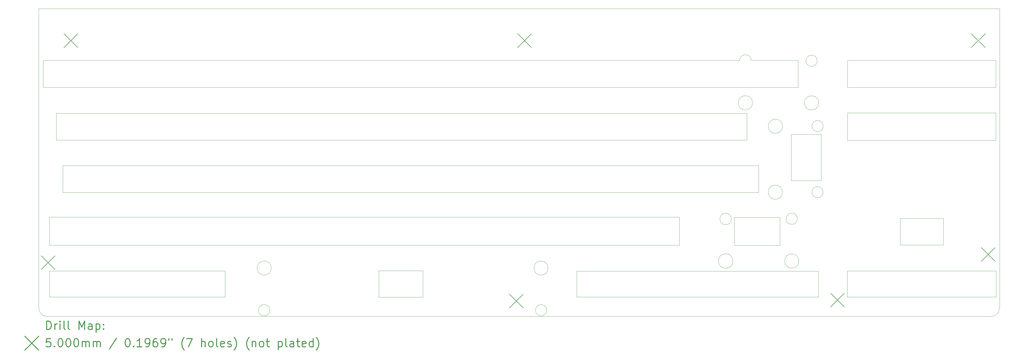
<source format=gbr>
%FSLAX45Y45*%
G04 Gerber Fmt 4.5, Leading zero omitted, Abs format (unit mm)*
G04 Created by KiCad (PCBNEW (5.1.10)-1) date 2021-10-23 19:38:39*
%MOMM*%
%LPD*%
G01*
G04 APERTURE LIST*
%TA.AperFunction,Profile*%
%ADD10C,0.100000*%
%TD*%
%ADD11C,0.200000*%
%ADD12C,0.300000*%
G04 APERTURE END LIST*
D10*
X29405120Y-12325000D02*
X31100000Y-12325000D01*
X28990000Y-12325000D02*
G75*
G02*
X29405120Y-12325000I207560J0D01*
G01*
X31787608Y-12335000D02*
G75*
G03*
X31787608Y-12335000I-202608J0D01*
G01*
X31844429Y-13857500D02*
G75*
G03*
X31844429Y-13857500I-256929J0D01*
G01*
X29451358Y-13855000D02*
G75*
G03*
X29451358Y-13855000I-256929J0D01*
G01*
X30536358Y-14702500D02*
G75*
G03*
X30536358Y-14702500I-256929J0D01*
G01*
X30533858Y-17087500D02*
G75*
G03*
X30533858Y-17087500I-256929J0D01*
G01*
X32004175Y-17087500D02*
G75*
G03*
X32004175Y-17087500I-201675J0D01*
G01*
X32004175Y-14696675D02*
G75*
G03*
X32004175Y-14696675I-201675J0D01*
G01*
X28690000Y-18055000D02*
G75*
G03*
X28690000Y-18055000I-207996J0D01*
G01*
X31073759Y-18047500D02*
G75*
G03*
X31073759Y-18047500I-201675J0D01*
G01*
X31127500Y-19575000D02*
G75*
G03*
X31127500Y-19575000I-256929J0D01*
G01*
X28747500Y-19575000D02*
G75*
G03*
X28747500Y-19575000I-262798J0D01*
G01*
X12022515Y-21355000D02*
G75*
G03*
X12022515Y-21355000I-205099J0D01*
G01*
X12072610Y-19830000D02*
G75*
G03*
X12072610Y-19830000I-255171J0D01*
G01*
X22070000Y-19830000D02*
G75*
G03*
X22070000Y-19830000I-255060J0D01*
G01*
X22020539Y-21353039D02*
G75*
G03*
X22020539Y-21353039I-203039J0D01*
G01*
X38254000Y-19936000D02*
X38254000Y-20875000D01*
X32878000Y-19936000D02*
X38254000Y-19936000D01*
X32878000Y-20875000D02*
X32878000Y-19936000D01*
X38254000Y-20875000D02*
X32878000Y-20875000D01*
X31832000Y-19946000D02*
X31832000Y-20877000D01*
X23104000Y-19946000D02*
X31832000Y-19946000D01*
X23104000Y-20877000D02*
X23104000Y-19946000D01*
X31832000Y-20877000D02*
X23104000Y-20877000D01*
X17553000Y-19922000D02*
X17553000Y-20886000D01*
X15960000Y-19922000D02*
X17553000Y-19922000D01*
X15960000Y-20886000D02*
X15960000Y-19922000D01*
X17553000Y-20886000D02*
X15960000Y-20886000D01*
X10406000Y-19937000D02*
X10406000Y-20878000D01*
X4062000Y-19937000D02*
X10406000Y-19937000D01*
X4062000Y-20878000D02*
X4062000Y-19937000D01*
X10406000Y-20878000D02*
X4062000Y-20878000D01*
X36344000Y-18036000D02*
X36344000Y-18998000D01*
X34787000Y-18036000D02*
X36344000Y-18036000D01*
X34787000Y-18998000D02*
X34787000Y-18036000D01*
X36344000Y-18998000D02*
X34787000Y-18998000D01*
X30441000Y-17995000D02*
X30441000Y-19010000D01*
X28791000Y-17995000D02*
X30441000Y-17995000D01*
X28791000Y-19010000D02*
X28791000Y-17995000D01*
X30441000Y-19010000D02*
X28791000Y-19010000D01*
X26814000Y-17987000D02*
X26814000Y-19002000D01*
X4065000Y-17987000D02*
X26814000Y-17987000D01*
X4065000Y-19002000D02*
X4065000Y-17987000D01*
X26814000Y-19002000D02*
X4065000Y-19002000D01*
X29675000Y-16128000D02*
X29675000Y-17094000D01*
X4549000Y-16128000D02*
X29675000Y-16128000D01*
X4549000Y-17094000D02*
X4549000Y-16128000D01*
X29675000Y-17094000D02*
X4549000Y-17094000D01*
X38243000Y-14217000D02*
X38243000Y-15222000D01*
X32885000Y-14217000D02*
X38243000Y-14217000D01*
X32885000Y-15222000D02*
X32885000Y-14217000D01*
X38243000Y-15222000D02*
X32885000Y-15222000D01*
X31938000Y-14997000D02*
X31938000Y-16663000D01*
X30851000Y-14997000D02*
X31938000Y-14997000D01*
X30851000Y-16663000D02*
X30851000Y-14997000D01*
X31938000Y-16663000D02*
X30851000Y-16663000D01*
X29255000Y-14233000D02*
X29255000Y-15200000D01*
X4312000Y-14233000D02*
X29255000Y-14233000D01*
X4312000Y-15200000D02*
X4312000Y-14233000D01*
X29255000Y-15200000D02*
X4312000Y-15200000D01*
X38240000Y-12325000D02*
X38240000Y-13295000D01*
X32885000Y-12325000D02*
X38240000Y-12325000D01*
X32885000Y-13295000D02*
X32885000Y-12325000D01*
X38240000Y-13295000D02*
X32885000Y-13295000D01*
X31100000Y-12325000D02*
X31100000Y-13300000D01*
X3837500Y-12325000D02*
X28990000Y-12325000D01*
X3837500Y-13300000D02*
X3837500Y-12325000D01*
X31100000Y-13300000D02*
X3837500Y-13300000D01*
X38376700Y-10452500D02*
X3676700Y-10452500D01*
X38076700Y-21578500D02*
X3976700Y-21578500D01*
X3676700Y-21278500D02*
X3676700Y-10452500D01*
X38376700Y-21278500D02*
G75*
G02*
X38076700Y-21578500I-300000J0D01*
G01*
X3976700Y-21578500D02*
G75*
G02*
X3676700Y-21278500I0J300000D01*
G01*
X38376700Y-10452500D02*
X38376700Y-21278500D01*
D11*
X3766700Y-19380500D02*
X4266700Y-19880500D01*
X4266700Y-19380500D02*
X3766700Y-19880500D01*
X4587500Y-11358500D02*
X5087500Y-11858500D01*
X5087500Y-11358500D02*
X4587500Y-11858500D01*
X20672500Y-20768500D02*
X21172500Y-21268500D01*
X21172500Y-20768500D02*
X20672500Y-21268500D01*
X20972500Y-11358500D02*
X21472500Y-11858500D01*
X21472500Y-11358500D02*
X20972500Y-11858500D01*
X32276700Y-20740500D02*
X32776700Y-21240500D01*
X32776700Y-20740500D02*
X32276700Y-21240500D01*
X37357500Y-11356000D02*
X37857500Y-11856000D01*
X37857500Y-11356000D02*
X37357500Y-11856000D01*
X37716700Y-19090500D02*
X38216700Y-19590500D01*
X38216700Y-19090500D02*
X37716700Y-19590500D01*
D12*
X3958128Y-22049214D02*
X3958128Y-21749214D01*
X4029557Y-21749214D01*
X4072414Y-21763500D01*
X4100986Y-21792072D01*
X4115271Y-21820643D01*
X4129557Y-21877786D01*
X4129557Y-21920643D01*
X4115271Y-21977786D01*
X4100986Y-22006357D01*
X4072414Y-22034929D01*
X4029557Y-22049214D01*
X3958128Y-22049214D01*
X4258128Y-22049214D02*
X4258128Y-21849214D01*
X4258128Y-21906357D02*
X4272414Y-21877786D01*
X4286700Y-21863500D01*
X4315271Y-21849214D01*
X4343843Y-21849214D01*
X4443843Y-22049214D02*
X4443843Y-21849214D01*
X4443843Y-21749214D02*
X4429557Y-21763500D01*
X4443843Y-21777786D01*
X4458128Y-21763500D01*
X4443843Y-21749214D01*
X4443843Y-21777786D01*
X4629557Y-22049214D02*
X4600986Y-22034929D01*
X4586700Y-22006357D01*
X4586700Y-21749214D01*
X4786700Y-22049214D02*
X4758128Y-22034929D01*
X4743843Y-22006357D01*
X4743843Y-21749214D01*
X5129557Y-22049214D02*
X5129557Y-21749214D01*
X5229557Y-21963500D01*
X5329557Y-21749214D01*
X5329557Y-22049214D01*
X5600986Y-22049214D02*
X5600986Y-21892072D01*
X5586700Y-21863500D01*
X5558128Y-21849214D01*
X5500986Y-21849214D01*
X5472414Y-21863500D01*
X5600986Y-22034929D02*
X5572414Y-22049214D01*
X5500986Y-22049214D01*
X5472414Y-22034929D01*
X5458128Y-22006357D01*
X5458128Y-21977786D01*
X5472414Y-21949214D01*
X5500986Y-21934929D01*
X5572414Y-21934929D01*
X5600986Y-21920643D01*
X5743843Y-21849214D02*
X5743843Y-22149214D01*
X5743843Y-21863500D02*
X5772414Y-21849214D01*
X5829557Y-21849214D01*
X5858128Y-21863500D01*
X5872414Y-21877786D01*
X5886700Y-21906357D01*
X5886700Y-21992072D01*
X5872414Y-22020643D01*
X5858128Y-22034929D01*
X5829557Y-22049214D01*
X5772414Y-22049214D01*
X5743843Y-22034929D01*
X6015271Y-22020643D02*
X6029557Y-22034929D01*
X6015271Y-22049214D01*
X6000986Y-22034929D01*
X6015271Y-22020643D01*
X6015271Y-22049214D01*
X6015271Y-21863500D02*
X6029557Y-21877786D01*
X6015271Y-21892072D01*
X6000986Y-21877786D01*
X6015271Y-21863500D01*
X6015271Y-21892072D01*
X3171700Y-22293500D02*
X3671700Y-22793500D01*
X3671700Y-22293500D02*
X3171700Y-22793500D01*
X4100986Y-22379214D02*
X3958128Y-22379214D01*
X3943843Y-22522071D01*
X3958128Y-22507786D01*
X3986700Y-22493500D01*
X4058128Y-22493500D01*
X4086700Y-22507786D01*
X4100986Y-22522071D01*
X4115271Y-22550643D01*
X4115271Y-22622071D01*
X4100986Y-22650643D01*
X4086700Y-22664929D01*
X4058128Y-22679214D01*
X3986700Y-22679214D01*
X3958128Y-22664929D01*
X3943843Y-22650643D01*
X4243843Y-22650643D02*
X4258128Y-22664929D01*
X4243843Y-22679214D01*
X4229557Y-22664929D01*
X4243843Y-22650643D01*
X4243843Y-22679214D01*
X4443843Y-22379214D02*
X4472414Y-22379214D01*
X4500986Y-22393500D01*
X4515271Y-22407786D01*
X4529557Y-22436357D01*
X4543843Y-22493500D01*
X4543843Y-22564929D01*
X4529557Y-22622071D01*
X4515271Y-22650643D01*
X4500986Y-22664929D01*
X4472414Y-22679214D01*
X4443843Y-22679214D01*
X4415271Y-22664929D01*
X4400986Y-22650643D01*
X4386700Y-22622071D01*
X4372414Y-22564929D01*
X4372414Y-22493500D01*
X4386700Y-22436357D01*
X4400986Y-22407786D01*
X4415271Y-22393500D01*
X4443843Y-22379214D01*
X4729557Y-22379214D02*
X4758128Y-22379214D01*
X4786700Y-22393500D01*
X4800986Y-22407786D01*
X4815271Y-22436357D01*
X4829557Y-22493500D01*
X4829557Y-22564929D01*
X4815271Y-22622071D01*
X4800986Y-22650643D01*
X4786700Y-22664929D01*
X4758128Y-22679214D01*
X4729557Y-22679214D01*
X4700986Y-22664929D01*
X4686700Y-22650643D01*
X4672414Y-22622071D01*
X4658128Y-22564929D01*
X4658128Y-22493500D01*
X4672414Y-22436357D01*
X4686700Y-22407786D01*
X4700986Y-22393500D01*
X4729557Y-22379214D01*
X5015271Y-22379214D02*
X5043843Y-22379214D01*
X5072414Y-22393500D01*
X5086700Y-22407786D01*
X5100986Y-22436357D01*
X5115271Y-22493500D01*
X5115271Y-22564929D01*
X5100986Y-22622071D01*
X5086700Y-22650643D01*
X5072414Y-22664929D01*
X5043843Y-22679214D01*
X5015271Y-22679214D01*
X4986700Y-22664929D01*
X4972414Y-22650643D01*
X4958128Y-22622071D01*
X4943843Y-22564929D01*
X4943843Y-22493500D01*
X4958128Y-22436357D01*
X4972414Y-22407786D01*
X4986700Y-22393500D01*
X5015271Y-22379214D01*
X5243843Y-22679214D02*
X5243843Y-22479214D01*
X5243843Y-22507786D02*
X5258128Y-22493500D01*
X5286700Y-22479214D01*
X5329557Y-22479214D01*
X5358128Y-22493500D01*
X5372414Y-22522071D01*
X5372414Y-22679214D01*
X5372414Y-22522071D02*
X5386700Y-22493500D01*
X5415271Y-22479214D01*
X5458128Y-22479214D01*
X5486700Y-22493500D01*
X5500986Y-22522071D01*
X5500986Y-22679214D01*
X5643843Y-22679214D02*
X5643843Y-22479214D01*
X5643843Y-22507786D02*
X5658128Y-22493500D01*
X5686700Y-22479214D01*
X5729557Y-22479214D01*
X5758128Y-22493500D01*
X5772414Y-22522071D01*
X5772414Y-22679214D01*
X5772414Y-22522071D02*
X5786700Y-22493500D01*
X5815271Y-22479214D01*
X5858128Y-22479214D01*
X5886700Y-22493500D01*
X5900986Y-22522071D01*
X5900986Y-22679214D01*
X6486700Y-22364929D02*
X6229557Y-22750643D01*
X6872414Y-22379214D02*
X6900986Y-22379214D01*
X6929557Y-22393500D01*
X6943843Y-22407786D01*
X6958128Y-22436357D01*
X6972414Y-22493500D01*
X6972414Y-22564929D01*
X6958128Y-22622071D01*
X6943843Y-22650643D01*
X6929557Y-22664929D01*
X6900986Y-22679214D01*
X6872414Y-22679214D01*
X6843843Y-22664929D01*
X6829557Y-22650643D01*
X6815271Y-22622071D01*
X6800986Y-22564929D01*
X6800986Y-22493500D01*
X6815271Y-22436357D01*
X6829557Y-22407786D01*
X6843843Y-22393500D01*
X6872414Y-22379214D01*
X7100986Y-22650643D02*
X7115271Y-22664929D01*
X7100986Y-22679214D01*
X7086700Y-22664929D01*
X7100986Y-22650643D01*
X7100986Y-22679214D01*
X7400986Y-22679214D02*
X7229557Y-22679214D01*
X7315271Y-22679214D02*
X7315271Y-22379214D01*
X7286700Y-22422071D01*
X7258128Y-22450643D01*
X7229557Y-22464929D01*
X7543843Y-22679214D02*
X7600986Y-22679214D01*
X7629557Y-22664929D01*
X7643843Y-22650643D01*
X7672414Y-22607786D01*
X7686700Y-22550643D01*
X7686700Y-22436357D01*
X7672414Y-22407786D01*
X7658128Y-22393500D01*
X7629557Y-22379214D01*
X7572414Y-22379214D01*
X7543843Y-22393500D01*
X7529557Y-22407786D01*
X7515271Y-22436357D01*
X7515271Y-22507786D01*
X7529557Y-22536357D01*
X7543843Y-22550643D01*
X7572414Y-22564929D01*
X7629557Y-22564929D01*
X7658128Y-22550643D01*
X7672414Y-22536357D01*
X7686700Y-22507786D01*
X7943843Y-22379214D02*
X7886700Y-22379214D01*
X7858128Y-22393500D01*
X7843843Y-22407786D01*
X7815271Y-22450643D01*
X7800986Y-22507786D01*
X7800986Y-22622071D01*
X7815271Y-22650643D01*
X7829557Y-22664929D01*
X7858128Y-22679214D01*
X7915271Y-22679214D01*
X7943843Y-22664929D01*
X7958128Y-22650643D01*
X7972414Y-22622071D01*
X7972414Y-22550643D01*
X7958128Y-22522071D01*
X7943843Y-22507786D01*
X7915271Y-22493500D01*
X7858128Y-22493500D01*
X7829557Y-22507786D01*
X7815271Y-22522071D01*
X7800986Y-22550643D01*
X8115271Y-22679214D02*
X8172414Y-22679214D01*
X8200986Y-22664929D01*
X8215271Y-22650643D01*
X8243843Y-22607786D01*
X8258128Y-22550643D01*
X8258128Y-22436357D01*
X8243843Y-22407786D01*
X8229557Y-22393500D01*
X8200986Y-22379214D01*
X8143843Y-22379214D01*
X8115271Y-22393500D01*
X8100986Y-22407786D01*
X8086700Y-22436357D01*
X8086700Y-22507786D01*
X8100986Y-22536357D01*
X8115271Y-22550643D01*
X8143843Y-22564929D01*
X8200986Y-22564929D01*
X8229557Y-22550643D01*
X8243843Y-22536357D01*
X8258128Y-22507786D01*
X8372414Y-22379214D02*
X8372414Y-22436357D01*
X8486700Y-22379214D02*
X8486700Y-22436357D01*
X8929557Y-22793500D02*
X8915271Y-22779214D01*
X8886700Y-22736357D01*
X8872414Y-22707786D01*
X8858128Y-22664929D01*
X8843843Y-22593500D01*
X8843843Y-22536357D01*
X8858128Y-22464929D01*
X8872414Y-22422071D01*
X8886700Y-22393500D01*
X8915271Y-22350643D01*
X8929557Y-22336357D01*
X9015271Y-22379214D02*
X9215271Y-22379214D01*
X9086700Y-22679214D01*
X9558128Y-22679214D02*
X9558128Y-22379214D01*
X9686700Y-22679214D02*
X9686700Y-22522071D01*
X9672414Y-22493500D01*
X9643843Y-22479214D01*
X9600986Y-22479214D01*
X9572414Y-22493500D01*
X9558128Y-22507786D01*
X9872414Y-22679214D02*
X9843843Y-22664929D01*
X9829557Y-22650643D01*
X9815271Y-22622071D01*
X9815271Y-22536357D01*
X9829557Y-22507786D01*
X9843843Y-22493500D01*
X9872414Y-22479214D01*
X9915271Y-22479214D01*
X9943843Y-22493500D01*
X9958128Y-22507786D01*
X9972414Y-22536357D01*
X9972414Y-22622071D01*
X9958128Y-22650643D01*
X9943843Y-22664929D01*
X9915271Y-22679214D01*
X9872414Y-22679214D01*
X10143843Y-22679214D02*
X10115271Y-22664929D01*
X10100986Y-22636357D01*
X10100986Y-22379214D01*
X10372414Y-22664929D02*
X10343843Y-22679214D01*
X10286700Y-22679214D01*
X10258128Y-22664929D01*
X10243843Y-22636357D01*
X10243843Y-22522071D01*
X10258128Y-22493500D01*
X10286700Y-22479214D01*
X10343843Y-22479214D01*
X10372414Y-22493500D01*
X10386700Y-22522071D01*
X10386700Y-22550643D01*
X10243843Y-22579214D01*
X10500986Y-22664929D02*
X10529557Y-22679214D01*
X10586700Y-22679214D01*
X10615271Y-22664929D01*
X10629557Y-22636357D01*
X10629557Y-22622071D01*
X10615271Y-22593500D01*
X10586700Y-22579214D01*
X10543843Y-22579214D01*
X10515271Y-22564929D01*
X10500986Y-22536357D01*
X10500986Y-22522071D01*
X10515271Y-22493500D01*
X10543843Y-22479214D01*
X10586700Y-22479214D01*
X10615271Y-22493500D01*
X10729557Y-22793500D02*
X10743843Y-22779214D01*
X10772414Y-22736357D01*
X10786700Y-22707786D01*
X10800986Y-22664929D01*
X10815271Y-22593500D01*
X10815271Y-22536357D01*
X10800986Y-22464929D01*
X10786700Y-22422071D01*
X10772414Y-22393500D01*
X10743843Y-22350643D01*
X10729557Y-22336357D01*
X11272414Y-22793500D02*
X11258128Y-22779214D01*
X11229557Y-22736357D01*
X11215271Y-22707786D01*
X11200986Y-22664929D01*
X11186700Y-22593500D01*
X11186700Y-22536357D01*
X11200986Y-22464929D01*
X11215271Y-22422071D01*
X11229557Y-22393500D01*
X11258128Y-22350643D01*
X11272414Y-22336357D01*
X11386700Y-22479214D02*
X11386700Y-22679214D01*
X11386700Y-22507786D02*
X11400986Y-22493500D01*
X11429557Y-22479214D01*
X11472414Y-22479214D01*
X11500986Y-22493500D01*
X11515271Y-22522071D01*
X11515271Y-22679214D01*
X11700986Y-22679214D02*
X11672414Y-22664929D01*
X11658128Y-22650643D01*
X11643843Y-22622071D01*
X11643843Y-22536357D01*
X11658128Y-22507786D01*
X11672414Y-22493500D01*
X11700986Y-22479214D01*
X11743843Y-22479214D01*
X11772414Y-22493500D01*
X11786700Y-22507786D01*
X11800986Y-22536357D01*
X11800986Y-22622071D01*
X11786700Y-22650643D01*
X11772414Y-22664929D01*
X11743843Y-22679214D01*
X11700986Y-22679214D01*
X11886700Y-22479214D02*
X12000986Y-22479214D01*
X11929557Y-22379214D02*
X11929557Y-22636357D01*
X11943843Y-22664929D01*
X11972414Y-22679214D01*
X12000986Y-22679214D01*
X12329557Y-22479214D02*
X12329557Y-22779214D01*
X12329557Y-22493500D02*
X12358128Y-22479214D01*
X12415271Y-22479214D01*
X12443843Y-22493500D01*
X12458128Y-22507786D01*
X12472414Y-22536357D01*
X12472414Y-22622071D01*
X12458128Y-22650643D01*
X12443843Y-22664929D01*
X12415271Y-22679214D01*
X12358128Y-22679214D01*
X12329557Y-22664929D01*
X12643843Y-22679214D02*
X12615271Y-22664929D01*
X12600986Y-22636357D01*
X12600986Y-22379214D01*
X12886700Y-22679214D02*
X12886700Y-22522071D01*
X12872414Y-22493500D01*
X12843843Y-22479214D01*
X12786700Y-22479214D01*
X12758128Y-22493500D01*
X12886700Y-22664929D02*
X12858128Y-22679214D01*
X12786700Y-22679214D01*
X12758128Y-22664929D01*
X12743843Y-22636357D01*
X12743843Y-22607786D01*
X12758128Y-22579214D01*
X12786700Y-22564929D01*
X12858128Y-22564929D01*
X12886700Y-22550643D01*
X12986700Y-22479214D02*
X13100986Y-22479214D01*
X13029557Y-22379214D02*
X13029557Y-22636357D01*
X13043843Y-22664929D01*
X13072414Y-22679214D01*
X13100986Y-22679214D01*
X13315271Y-22664929D02*
X13286700Y-22679214D01*
X13229557Y-22679214D01*
X13200986Y-22664929D01*
X13186700Y-22636357D01*
X13186700Y-22522071D01*
X13200986Y-22493500D01*
X13229557Y-22479214D01*
X13286700Y-22479214D01*
X13315271Y-22493500D01*
X13329557Y-22522071D01*
X13329557Y-22550643D01*
X13186700Y-22579214D01*
X13586700Y-22679214D02*
X13586700Y-22379214D01*
X13586700Y-22664929D02*
X13558128Y-22679214D01*
X13500986Y-22679214D01*
X13472414Y-22664929D01*
X13458128Y-22650643D01*
X13443843Y-22622071D01*
X13443843Y-22536357D01*
X13458128Y-22507786D01*
X13472414Y-22493500D01*
X13500986Y-22479214D01*
X13558128Y-22479214D01*
X13586700Y-22493500D01*
X13700986Y-22793500D02*
X13715271Y-22779214D01*
X13743843Y-22736357D01*
X13758128Y-22707786D01*
X13772414Y-22664929D01*
X13786700Y-22593500D01*
X13786700Y-22536357D01*
X13772414Y-22464929D01*
X13758128Y-22422071D01*
X13743843Y-22393500D01*
X13715271Y-22350643D01*
X13700986Y-22336357D01*
M02*

</source>
